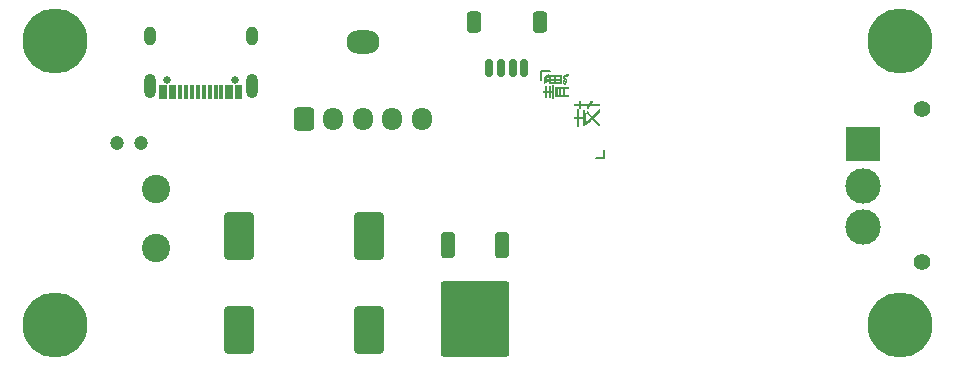
<source format=gbr>
%TF.GenerationSoftware,KiCad,Pcbnew,(7.0.0)*%
%TF.CreationDate,2023-06-11T18:09:50+09:00*%
%TF.ProjectId,rMDU,724d4455-2e6b-4696-9361-645f70636258,rev?*%
%TF.SameCoordinates,Original*%
%TF.FileFunction,Soldermask,Bot*%
%TF.FilePolarity,Negative*%
%FSLAX46Y46*%
G04 Gerber Fmt 4.6, Leading zero omitted, Abs format (unit mm)*
G04 Created by KiCad (PCBNEW (7.0.0)) date 2023-06-11 18:09:50*
%MOMM*%
%LPD*%
G01*
G04 APERTURE LIST*
G04 Aperture macros list*
%AMRoundRect*
0 Rectangle with rounded corners*
0 $1 Rounding radius*
0 $2 $3 $4 $5 $6 $7 $8 $9 X,Y pos of 4 corners*
0 Add a 4 corners polygon primitive as box body*
4,1,4,$2,$3,$4,$5,$6,$7,$8,$9,$2,$3,0*
0 Add four circle primitives for the rounded corners*
1,1,$1+$1,$2,$3*
1,1,$1+$1,$4,$5*
1,1,$1+$1,$6,$7*
1,1,$1+$1,$8,$9*
0 Add four rect primitives between the rounded corners*
20,1,$1+$1,$2,$3,$4,$5,0*
20,1,$1+$1,$4,$5,$6,$7,0*
20,1,$1+$1,$6,$7,$8,$9,0*
20,1,$1+$1,$8,$9,$2,$3,0*%
G04 Aperture macros list end*
%ADD10C,0.200000*%
%ADD11C,5.500000*%
%ADD12RoundRect,0.250000X-0.350000X0.850000X-0.350000X-0.850000X0.350000X-0.850000X0.350000X0.850000X0*%
%ADD13RoundRect,0.249997X-2.650003X2.950003X-2.650003X-2.950003X2.650003X-2.950003X2.650003X2.950003X0*%
%ADD14O,2.800000X2.000000*%
%ADD15RoundRect,0.250000X-0.600000X-0.725000X0.600000X-0.725000X0.600000X0.725000X-0.600000X0.725000X0*%
%ADD16O,1.700000X1.950000*%
%ADD17RoundRect,0.150000X-0.150000X-0.625000X0.150000X-0.625000X0.150000X0.625000X-0.150000X0.625000X0*%
%ADD18RoundRect,0.250000X-0.350000X-0.650000X0.350000X-0.650000X0.350000X0.650000X-0.350000X0.650000X0*%
%ADD19C,1.400000*%
%ADD20R,3.000000X3.000000*%
%ADD21C,3.000000*%
%ADD22C,0.650000*%
%ADD23R,0.300000X1.150000*%
%ADD24O,1.000000X1.600000*%
%ADD25O,1.000000X2.100000*%
%ADD26RoundRect,0.250000X-1.000000X1.750000X-1.000000X-1.750000X1.000000X-1.750000X1.000000X1.750000X0*%
%ADD27C,2.400000*%
%ADD28C,1.200000*%
G04 APERTURE END LIST*
D10*
%TO.C,TP1*%
X44077500Y24483000D02*
X44839500Y24483000D01*
X44077500Y23721000D02*
X44077500Y24483000D01*
X49411500Y17752000D02*
X49411500Y17117000D01*
X48776500Y17117000D02*
X49411500Y17117000D01*
G36*
X46088532Y23688733D02*
G01*
X46123270Y23673771D01*
X46190505Y23645351D01*
X46238574Y23625722D01*
X46252809Y23619077D01*
X46279535Y23588538D01*
X46286802Y23531326D01*
X46286616Y23521037D01*
X46279978Y23474631D01*
X46266780Y23455775D01*
X46240477Y23462955D01*
X46186161Y23483288D01*
X46116738Y23512163D01*
X46090331Y23523683D01*
X46031645Y23551839D01*
X46000750Y23576072D01*
X45988742Y23605872D01*
X45986718Y23650726D01*
X45986718Y23732901D01*
X46088532Y23688733D01*
G37*
G36*
X45996267Y23512670D02*
G01*
X46046489Y23492366D01*
X46113913Y23463690D01*
X46126619Y23458160D01*
X46191369Y23427841D01*
X46226538Y23403124D01*
X46241076Y23375156D01*
X46243933Y23335082D01*
X46243853Y23327697D01*
X46238927Y23281673D01*
X46228703Y23262863D01*
X46207715Y23268286D01*
X46156831Y23285712D01*
X46089378Y23310982D01*
X46074503Y23316768D01*
X46012713Y23342906D01*
X45980138Y23365638D01*
X45967441Y23394640D01*
X45965283Y23439589D01*
X45965436Y23454104D01*
X45968606Y23501118D01*
X45974588Y23520078D01*
X45996267Y23512670D01*
G37*
G36*
X45236507Y22062526D02*
G01*
X45065030Y22062526D01*
X45065030Y22576956D01*
X44936422Y22576956D01*
X44936422Y22191133D01*
X44764946Y22191133D01*
X44764946Y22576956D01*
X44636338Y22576956D01*
X44636338Y22148264D01*
X44443427Y22148264D01*
X44443427Y22576956D01*
X44271950Y22576956D01*
X44271950Y22791302D01*
X44443427Y22791302D01*
X44443427Y23219994D01*
X44636338Y23219994D01*
X44636338Y22791302D01*
X44764946Y22791302D01*
X44764946Y23177125D01*
X44936422Y23177125D01*
X44936422Y22791302D01*
X45065030Y22791302D01*
X45065030Y23305732D01*
X45236507Y23305732D01*
X45236507Y22062526D01*
G37*
G36*
X45643764Y23134256D02*
G01*
X45965283Y23134256D01*
X46479714Y23134256D01*
X46479714Y22962779D01*
X46158195Y22962779D01*
X46158195Y22405479D01*
X46479714Y22405479D01*
X46479714Y22234002D01*
X45322245Y22234002D01*
X45322245Y22416196D01*
X45504439Y22416196D01*
X45574102Y22409480D01*
X45643764Y22402763D01*
X45643764Y22405479D01*
X45836676Y22405479D01*
X45965283Y22405479D01*
X45965283Y22962779D01*
X45836676Y22962779D01*
X45836676Y22405479D01*
X45643764Y22405479D01*
X45643764Y22965495D01*
X45574102Y22958778D01*
X45504439Y22952061D01*
X45504439Y22416196D01*
X45322245Y22416196D01*
X45322245Y23134256D01*
X45643764Y23134256D01*
G37*
G36*
X46425131Y24224002D02*
G01*
X46433514Y24191369D01*
X46436844Y24135382D01*
X46436844Y24043345D01*
X46249292Y23981793D01*
X46061739Y23920242D01*
X46195705Y23859414D01*
X46230840Y23843337D01*
X46287067Y23814714D01*
X46316509Y23789918D01*
X46327824Y23759567D01*
X46329671Y23714282D01*
X46329671Y23629977D01*
X46168912Y23697079D01*
X46109702Y23722198D01*
X46053164Y23749479D01*
X46022775Y23772672D01*
X46010463Y23798670D01*
X46008152Y23834368D01*
X46007521Y23857235D01*
X45998634Y23890637D01*
X45976001Y23892218D01*
X45957126Y23891930D01*
X45946655Y23917129D01*
X45943849Y23976857D01*
X45943849Y24073834D01*
X46174311Y24150627D01*
X46257394Y24177960D01*
X46337750Y24203603D01*
X46395166Y24221007D01*
X46420809Y24227420D01*
X46425131Y24224002D01*
G37*
G36*
X47514538Y21689000D02*
G01*
X48154855Y21689000D01*
X48215161Y21801532D01*
X48218214Y21807224D01*
X48252902Y21867772D01*
X48282231Y21900428D01*
X48319319Y21914825D01*
X48377281Y21920597D01*
X48411995Y21922194D01*
X48459601Y21917542D01*
X48476120Y21896871D01*
X48463730Y21853808D01*
X48424605Y21781981D01*
X48370115Y21689000D01*
X49057829Y21689000D01*
X49057829Y21496089D01*
X48267222Y21496089D01*
X48207040Y21388938D01*
X48200971Y21378140D01*
X48167350Y21322461D01*
X48138195Y21293850D01*
X48099078Y21283291D01*
X48035570Y21281765D01*
X47924281Y21281743D01*
X47976367Y21372840D01*
X47993588Y21403842D01*
X48018718Y21453423D01*
X48028710Y21480013D01*
X48028699Y21480181D01*
X48007763Y21486365D01*
X47952446Y21491422D01*
X47871019Y21494836D01*
X47771753Y21496089D01*
X47514538Y21496089D01*
X47514538Y21260308D01*
X47321627Y21260308D01*
X47321627Y21496089D01*
X46871500Y21496089D01*
X46871500Y21689000D01*
X47321627Y21689000D01*
X47321627Y21924781D01*
X47514538Y21924781D01*
X47514538Y21689000D01*
G37*
G36*
X49059535Y20992376D02*
G01*
X48807934Y20753777D01*
X48556333Y20515179D01*
X48807081Y20259030D01*
X49057829Y20002880D01*
X49056750Y19865307D01*
X49055670Y19727734D01*
X48749625Y20043895D01*
X48725809Y20068447D01*
X48634916Y20161186D01*
X48554937Y20241306D01*
X48490551Y20304218D01*
X48446437Y20345331D01*
X48427277Y20360055D01*
X48412375Y20350175D01*
X48370513Y20315006D01*
X48307532Y20258913D01*
X48228776Y20186672D01*
X48139592Y20103060D01*
X48052857Y20021257D01*
X47976082Y19950573D01*
X47919374Y19901960D01*
X47876927Y19871300D01*
X47842937Y19854473D01*
X47811601Y19847361D01*
X47777112Y19845844D01*
X47686015Y19845625D01*
X47686015Y20402924D01*
X47343061Y20402924D01*
X47343061Y19738452D01*
X47150150Y19738452D01*
X47150150Y20402924D01*
X46871500Y20402924D01*
X46871500Y20595836D01*
X47150150Y20595836D01*
X47150150Y21241339D01*
X47241247Y21234748D01*
X47332344Y21228156D01*
X47338276Y20911996D01*
X47344207Y20595836D01*
X47686015Y20595836D01*
X47686015Y21177035D01*
X47868209Y21163853D01*
X47878926Y20649422D01*
X47889644Y20134992D01*
X48294706Y20526028D01*
X48129686Y20705367D01*
X47964665Y20884705D01*
X47964665Y21141687D01*
X48199011Y20908067D01*
X48433358Y20674447D01*
X48600910Y20825632D01*
X48649960Y20870258D01*
X48720632Y20935850D01*
X48777452Y20990124D01*
X48811331Y21024493D01*
X48838354Y21052018D01*
X48893412Y21103122D01*
X48956015Y21157518D01*
X49057829Y21242866D01*
X49059535Y20992376D01*
G37*
G36*
X44786380Y24227378D02*
G01*
X44818532Y24247445D01*
X44831966Y24120247D01*
X45236507Y24120247D01*
X45729503Y24120247D01*
X45900979Y24120247D01*
X45900979Y23348602D01*
X44786380Y23348602D01*
X44786380Y23487926D01*
X44785662Y23520078D01*
X44957857Y23520078D01*
X45236507Y23520078D01*
X45407984Y23520078D01*
X45729503Y23520078D01*
X45729503Y23648686D01*
X45407984Y23648686D01*
X45407984Y23520078D01*
X45236507Y23520078D01*
X45236507Y23648686D01*
X44957857Y23648686D01*
X44957857Y23520078D01*
X44785662Y23520078D01*
X44784847Y23556532D01*
X44780616Y23607696D01*
X44774633Y23627251D01*
X44754459Y23617966D01*
X44707991Y23591057D01*
X44646340Y23552697D01*
X44592267Y23518169D01*
X44510770Y23466299D01*
X44443741Y23423821D01*
X44357688Y23369498D01*
X44357688Y23775176D01*
X44529165Y23775176D01*
X44532134Y23731605D01*
X44539466Y23712990D01*
X44559767Y23722749D01*
X44606206Y23750023D01*
X44668074Y23788669D01*
X44715273Y23820009D01*
X44715460Y23820163D01*
X44957857Y23820163D01*
X45236507Y23820163D01*
X45407984Y23820163D01*
X45729503Y23820163D01*
X45729503Y23948770D01*
X45407984Y23948770D01*
X45407984Y23820163D01*
X45236507Y23820163D01*
X45236507Y23948770D01*
X44957857Y23948770D01*
X44957857Y23820163D01*
X44715460Y23820163D01*
X44760307Y23857023D01*
X44781245Y23890526D01*
X44786380Y23930460D01*
X44786380Y23996570D01*
X44729286Y23959160D01*
X44726116Y23957090D01*
X44665662Y23918926D01*
X44600678Y23879557D01*
X44578953Y23865752D01*
X44539919Y23825932D01*
X44529165Y23775176D01*
X44357688Y23775176D01*
X44357688Y23959812D01*
X44588110Y24103629D01*
X44786380Y24227378D01*
G37*
%TD*%
D11*
%TO.C,H2*%
X2974874Y26974874D03*
%TD*%
%TO.C,H1*%
X74500000Y2974874D03*
%TD*%
%TO.C,H4*%
X74500000Y26974874D03*
%TD*%
%TO.C,H3*%
X2974874Y2974874D03*
%TD*%
D12*
%TO.C,U1*%
X36250000Y9750000D03*
D13*
X38530000Y3450000D03*
D12*
X40810000Y9750000D03*
%TD*%
D14*
%TO.C,ENC1*%
X29012373Y26899873D03*
D15*
X24012374Y20399874D03*
D16*
X26512373Y20399873D03*
X29012373Y20399873D03*
X31512373Y20399873D03*
X34012373Y20399873D03*
%TD*%
D17*
%TO.C,J1*%
X39700000Y24725000D03*
X40700000Y24725000D03*
X41700000Y24725000D03*
X42700000Y24725000D03*
D18*
X38400000Y28600000D03*
X44000000Y28600000D03*
%TD*%
D19*
%TO.C,OUT1*%
X76375000Y8250000D03*
X76375000Y21250000D03*
D20*
X71374999Y18249999D03*
D21*
X71375000Y14750000D03*
X71375000Y11250000D03*
%TD*%
D22*
%TO.C,J2*%
X12404874Y23724874D03*
X18184874Y23724874D03*
D23*
X11944873Y22659873D03*
X12744873Y22659873D03*
X14044873Y22659873D03*
X15044873Y22659873D03*
X15544873Y22659873D03*
X16544873Y22659873D03*
X17844873Y22659873D03*
X18644873Y22659873D03*
X18344873Y22659873D03*
X17544873Y22659873D03*
X17044873Y22659873D03*
X16044873Y22659873D03*
X14544873Y22659873D03*
X13544873Y22659873D03*
X13044873Y22659873D03*
X12244873Y22659873D03*
D24*
X10974873Y27404873D03*
D25*
X10974873Y23224873D03*
D24*
X19614873Y27404873D03*
D25*
X19614873Y23224873D03*
%TD*%
D26*
%TO.C,C9*%
X18500000Y10500000D03*
X18500000Y2500000D03*
%TD*%
D27*
%TO.C,IN1*%
X11474874Y9481124D03*
X11474874Y14481124D03*
D28*
X8224874Y18331124D03*
X10224874Y18331124D03*
%TD*%
D26*
%TO.C,C8*%
X29500000Y10500000D03*
X29500000Y2500000D03*
%TD*%
M02*

</source>
